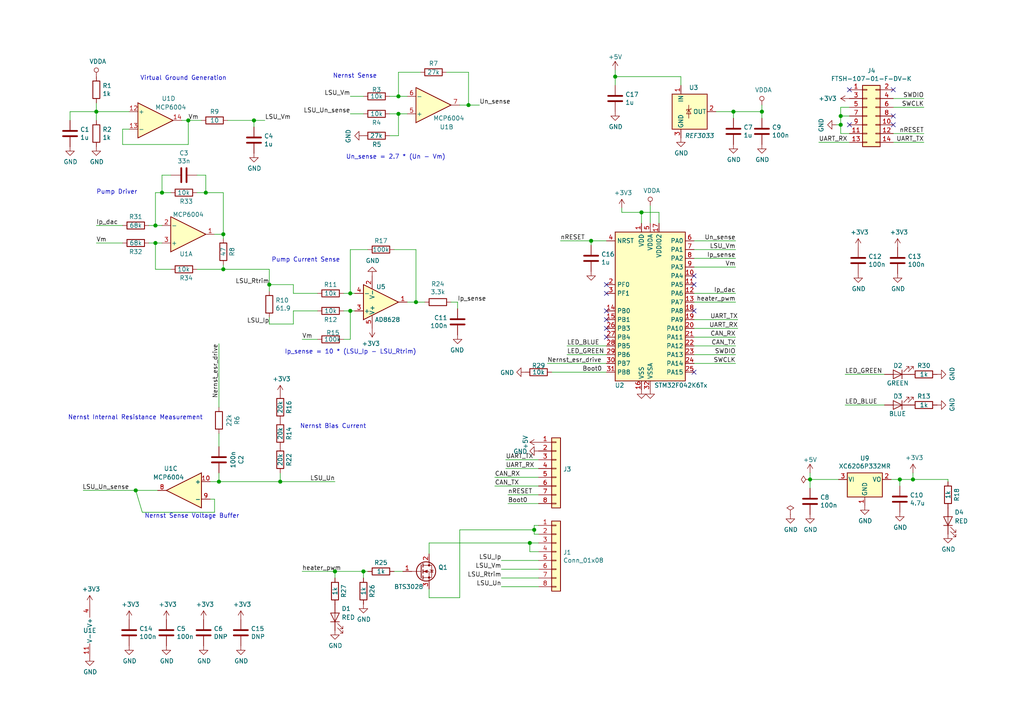
<source format=kicad_sch>
(kicad_sch (version 20210126) (generator eeschema)
  (paper "A4")
  (lib_symbols
    (symbol "hellen1-wbo-rescue:+3.3V-power" (power) (pin_names (offset 0))
      (property "Value" "+3.3V-power" (at 0 3.556 0))
      (symbol "+3.3V-power_1_1"
        (pin power_in line (at 0 0 90) (length 0) hide (name "+3V3") (number "1"))
      )
    )
    (symbol "hellen1-wbo-rescue:+5V-power" (power) (pin_names (offset 0))
      (property "Value" "+5V-power" (at 0 3.556 0))
      (symbol "+5V-power_1_1"
        (pin power_in line (at 0 0 90) (length 0) hide (name "+5V") (number "1"))
      )
    )
    (symbol "hellen1-wbo-rescue:AD8603-Amplifier_Operational" (pin_names (offset 0.127))
      (property "Reference" "U" (at 0 5.08 0))
      (property "Value" "AD8603-Amplifier_Operational" (at 0 -5.08 0))
      (symbol "AD8603-Amplifier_Operational_0_1"
        (pin power_in line (at -2.54 -7.62 90) (length 3.81) (name "V-") (number "2"))
        (pin power_in line (at -2.54 7.62 270) (length 3.81) (name "V+") (number "5"))
      )
      (symbol "AD8603-Amplifier_Operational_1_1"
        (pin output line (at 7.62 0 180) (length 2.54) (name "~") (number "1"))
        (pin input line (at -7.62 2.54 0) (length 2.54) (name "+") (number "3"))
        (pin input line (at -7.62 -2.54 0) (length 2.54) (name "-") (number "4"))
      )
    )
    (symbol "hellen1-wbo-rescue:C-Device" (pin_numbers hide) (pin_names (offset 0.254))
      (property "Reference" "C" (at 0.635 2.54 0))
      (property "Value" "C-Device" (at 0.635 -2.54 0))
      (symbol "C-Device_1_1"
        (pin passive line (at 0 3.81 270) (length 2.794) (name "~") (number "1"))
        (pin passive line (at 0 -3.81 90) (length 2.794) (name "~") (number "2"))
      )
    )
    (symbol "hellen1-wbo-rescue:Conn_01x08-Connector_Generic" (pin_names (offset 1.016) hide)
      (property "Reference" "J" (at 0 10.16 0))
      (property "Value" "Conn_01x08-Connector_Generic" (at 0 -12.7 0))
      (symbol "Conn_01x08-Connector_Generic_1_1"
        (pin passive line (at -5.08 7.62 0) (length 3.81) (name "Pin_1") (number "1"))
        (pin passive line (at -5.08 5.08 0) (length 3.81) (name "Pin_2") (number "2"))
        (pin passive line (at -5.08 2.54 0) (length 3.81) (name "Pin_3") (number "3"))
        (pin passive line (at -5.08 0 0) (length 3.81) (name "Pin_4") (number "4"))
        (pin passive line (at -5.08 -2.54 0) (length 3.81) (name "Pin_5") (number "5"))
        (pin passive line (at -5.08 -5.08 0) (length 3.81) (name "Pin_6") (number "6"))
        (pin passive line (at -5.08 -7.62 0) (length 3.81) (name "Pin_7") (number "7"))
        (pin passive line (at -5.08 -10.16 0) (length 3.81) (name "Pin_8") (number "8"))
      )
    )
    (symbol "hellen1-wbo-rescue:Conn_02x07_Odd_Even-Connector_Generic" (pin_names (offset 1.016) hide)
      (property "Reference" "J" (at 1.27 10.16 0))
      (property "Value" "Conn_02x07_Odd_Even-Connector_Generic" (at 1.27 -10.16 0))
      (symbol "Conn_02x07_Odd_Even-Connector_Generic_1_1"
        (pin passive line (at -5.08 7.62 0) (length 3.81) (name "Pin_1") (number "1"))
        (pin passive line (at 7.62 -2.54 180) (length 3.81) (name "Pin_10") (number "10"))
        (pin passive line (at -5.08 -5.08 0) (length 3.81) (name "Pin_11") (number "11"))
        (pin passive line (at 7.62 -5.08 180) (length 3.81) (name "Pin_12") (number "12"))
        (pin passive line (at -5.08 -7.62 0) (length 3.81) (name "Pin_13") (number "13"))
        (pin passive line (at 7.62 -7.62 180) (length 3.81) (name "Pin_14") (number "14"))
        (pin passive line (at 7.62 7.62 180) (length 3.81) (name "Pin_2") (number "2"))
        (pin passive line (at -5.08 5.08 0) (length 3.81) (name "Pin_3") (number "3"))
        (pin passive line (at 7.62 5.08 180) (length 3.81) (name "Pin_4") (number "4"))
        (pin passive line (at -5.08 2.54 0) (length 3.81) (name "Pin_5") (number "5"))
        (pin passive line (at 7.62 2.54 180) (length 3.81) (name "Pin_6") (number "6"))
        (pin passive line (at -5.08 0 0) (length 3.81) (name "Pin_7") (number "7"))
        (pin passive line (at 7.62 0 180) (length 3.81) (name "Pin_8") (number "8"))
        (pin passive line (at -5.08 -2.54 0) (length 3.81) (name "Pin_9") (number "9"))
      )
    )
    (symbol "hellen1-wbo-rescue:GND-power" (power) (pin_names (offset 0))
      (property "Value" "GND-power" (at 0 -3.81 0))
      (symbol "GND-power_1_1"
        (pin power_in line (at 0 0 270) (length 0) hide (name "GND") (number "1"))
      )
    )
    (symbol "hellen1-wbo-rescue:LED-Device" (pin_numbers hide) (pin_names (offset 1.016) hide)
      (property "Reference" "D" (at 0 2.54 0))
      (property "Value" "LED-Device" (at 0 -2.54 0))
      (symbol "LED-Device_1_1"
        (pin passive line (at -3.81 0 0) (length 2.54) (name "K") (number "1"))
        (pin passive line (at 3.81 0 180) (length 2.54) (name "A") (number "2"))
      )
    )
    (symbol "hellen1-wbo-rescue:MCP6004-Amplifier_Operational" (pin_names (offset 0.127))
      (property "Reference" "U" (at 0 5.08 0))
      (property "Value" "MCP6004-Amplifier_Operational" (at 0 -5.08 0))
      (symbol "MCP6004-Amplifier_Operational_1_1"
        (pin output line (at 7.62 0 180) (length 2.54) (name "~") (number "1"))
        (pin input line (at -7.62 -2.54 0) (length 2.54) (name "-") (number "2"))
        (pin input line (at -7.62 2.54 0) (length 2.54) (name "+") (number "3"))
      )
      (symbol "MCP6004-Amplifier_Operational_2_1"
        (pin input line (at -7.62 2.54 0) (length 2.54) (name "+") (number "5"))
        (pin input line (at -7.62 -2.54 0) (length 2.54) (name "-") (number "6"))
        (pin output line (at 7.62 0 180) (length 2.54) (name "~") (number "7"))
      )
      (symbol "MCP6004-Amplifier_Operational_3_1"
        (pin input line (at -7.62 2.54 0) (length 2.54) (name "+") (number "10"))
        (pin output line (at 7.62 0 180) (length 2.54) (name "~") (number "8"))
        (pin input line (at -7.62 -2.54 0) (length 2.54) (name "-") (number "9"))
      )
      (symbol "MCP6004-Amplifier_Operational_4_1"
        (pin input line (at -7.62 2.54 0) (length 2.54) (name "+") (number "12"))
        (pin input line (at -7.62 -2.54 0) (length 2.54) (name "-") (number "13"))
        (pin output line (at 7.62 0 180) (length 2.54) (name "~") (number "14"))
      )
      (symbol "MCP6004-Amplifier_Operational_5_1"
        (pin power_in line (at -2.54 -7.62 90) (length 3.81) (name "V-") (number "11"))
        (pin power_in line (at -2.54 7.62 270) (length 3.81) (name "V+") (number "4"))
      )
    )
    (symbol "hellen1-wbo-rescue:PWR_FLAG-power" (power) (pin_numbers hide) (pin_names (offset 0) hide)
      (property "Value" "PWR_FLAG-power" (at 0 3.81 0))
      (symbol "PWR_FLAG-power_0_0"
        (pin power_out line (at 0 0 90) (length 0) (name "pwr") (number "1"))
      )
    )
    (symbol "hellen1-wbo-rescue:Q_NMOS_GDS-Device" (pin_names (offset 0) hide)
      (property "Reference" "Q" (at 5.08 1.27 0))
      (property "Value" "Q_NMOS_GDS-Device" (at 5.08 -1.27 0))
      (symbol "Q_NMOS_GDS-Device_1_1"
        (pin input line (at -5.08 0 0) (length 2.54) (name "G") (number "1"))
        (pin passive line (at 2.54 5.08 270) (length 2.54) (name "D") (number "2"))
        (pin passive line (at 2.54 -5.08 90) (length 2.54) (name "S") (number "3"))
      )
    )
    (symbol "hellen1-wbo-rescue:R-Device" (pin_numbers hide) (pin_names (offset 0))
      (property "Reference" "R" (at 2.032 0 90))
      (property "Value" "R-Device" (at 0 0 90))
      (symbol "R-Device_1_1"
        (pin passive line (at 0 3.81 270) (length 1.27) (name "~") (number "1"))
        (pin passive line (at 0 -3.81 90) (length 1.27) (name "~") (number "2"))
      )
    )
    (symbol "hellen1-wbo-rescue:REF3033-Reference_Voltage" (pin_names (offset 0.254))
      (property "Reference" "U" (at 0 6.35 0))
      (property "Value" "REF3033-Reference_Voltage" (at 2.54 -6.35 0))
      (symbol "REF3033-Reference_Voltage_1_1"
        (pin power_in line (at -2.54 7.62 270) (length 2.54) (name "IN") (number "1"))
        (pin power_out line (at 7.62 0 180) (length 2.54) (name "OUT") (number "2"))
        (pin power_in line (at -2.54 -7.62 90) (length 2.54) (name "GND") (number "3"))
      )
    )
    (symbol "hellen1-wbo-rescue:STM32F042K6Tx-MCU_ST_STM32F0"
      (property "Reference" "U" (at -10.16 21.59 0))
      (property "Value" "STM32F042K6Tx-MCU_ST_STM32F0" (at 5.08 21.59 0))
      (symbol "STM32F042K6Tx-MCU_ST_STM32F0_1_1"
        (pin power_in line (at -2.54 22.86 270) (length 2.54) (name "VDD") (number "1"))
        (pin bidirectional line (at 12.7 7.62 180) (length 2.54) (name "PA4") (number "10"))
        (pin bidirectional line (at 12.7 5.08 180) (length 2.54) (name "PA5") (number "11"))
        (pin bidirectional line (at 12.7 2.54 180) (length 2.54) (name "PA6") (number "12"))
        (pin bidirectional line (at 12.7 0 180) (length 2.54) (name "PA7") (number "13"))
        (pin bidirectional line (at -12.7 -2.54 0) (length 2.54) (name "PB0") (number "14"))
        (pin bidirectional line (at -12.7 -5.08 0) (length 2.54) (name "PB1") (number "15"))
        (pin power_in line (at -2.54 -25.4 90) (length 2.54) (name "VSS") (number "16"))
        (pin power_in line (at 2.54 22.86 270) (length 2.54) (name "VDDIO2") (number "17"))
        (pin bidirectional line (at 12.7 -2.54 180) (length 2.54) (name "PA8") (number "18"))
        (pin bidirectional line (at 12.7 -5.08 180) (length 2.54) (name "PA9") (number "19"))
        (pin input line (at -12.7 5.08 0) (length 2.54) (name "PF0") (number "2"))
        (pin bidirectional line (at 12.7 -7.62 180) (length 2.54) (name "PA10") (number "20"))
        (pin bidirectional line (at 12.7 -10.16 180) (length 2.54) (name "PA11") (number "21"))
        (pin bidirectional line (at 12.7 -12.7 180) (length 2.54) (name "PA12") (number "22"))
        (pin bidirectional line (at 12.7 -15.24 180) (length 2.54) (name "PA13") (number "23"))
        (pin bidirectional line (at 12.7 -17.78 180) (length 2.54) (name "PA14") (number "24"))
        (pin bidirectional line (at 12.7 -20.32 180) (length 2.54) (name "PA15") (number "25"))
        (pin bidirectional line (at -12.7 -7.62 0) (length 2.54) (name "PB3") (number "26"))
        (pin bidirectional line (at -12.7 -10.16 0) (length 2.54) (name "PB4") (number "27"))
        (pin bidirectional line (at -12.7 -12.7 0) (length 2.54) (name "PB5") (number "28"))
        (pin bidirectional line (at -12.7 -15.24 0) (length 2.54) (name "PB6") (number "29"))
        (pin input line (at -12.7 2.54 0) (length 2.54) (name "PF1") (number "3"))
        (pin bidirectional line (at -12.7 -17.78 0) (length 2.54) (name "PB7") (number "30"))
        (pin bidirectional line (at -12.7 -20.32 0) (length 2.54) (name "PB8") (number "31"))
        (pin power_in line (at 0 -25.4 90) (length 2.54) (name "VSSA") (number "32"))
        (pin input line (at -12.7 17.78 0) (length 2.54) (name "NRST") (number "4"))
        (pin power_in line (at 0 22.86 270) (length 2.54) (name "VDDA") (number "5"))
        (pin bidirectional line (at 12.7 17.78 180) (length 2.54) (name "PA0") (number "6"))
        (pin bidirectional line (at 12.7 15.24 180) (length 2.54) (name "PA1") (number "7"))
        (pin bidirectional line (at 12.7 12.7 180) (length 2.54) (name "PA2") (number "8"))
        (pin bidirectional line (at 12.7 10.16 180) (length 2.54) (name "PA3") (number "9"))
      )
    )
    (symbol "hellen1-wbo-rescue:VDDA-power" (power) (pin_names (offset 0))
      (property "Value" "VDDA-power" (at 0 3.81 0))
      (symbol "VDDA-power_1_1"
        (pin power_in line (at 0 0 90) (length 0) hide (name "VDDA") (number "1"))
      )
    )
    (symbol "hellen1-wbo-rescue:XC6206PxxxMR-Regulator_Linear" (pin_names (offset 0.254))
      (property "Reference" "U" (at -3.81 3.175 0))
      (property "Value" "XC6206PxxxMR-Regulator_Linear" (at 0 3.175 0))
      (symbol "XC6206PxxxMR-Regulator_Linear_1_1"
        (pin power_in line (at 0 -7.62 90) (length 2.54) (name "GND") (number "1"))
        (pin power_out line (at 7.62 0 180) (length 2.54) (name "VO") (number "2"))
        (pin power_in line (at -7.62 0 0) (length 2.54) (name "VI") (number "3"))
      )
    )
  )
  (junction (at 27.94 32.385) (diameter 1.016))
  (junction (at 39.37 142.24) (diameter 1.016))
  (junction (at 45.085 65.405) (diameter 1.016))
  (junction (at 45.085 70.485) (diameter 1.016))
  (junction (at 46.99 55.88) (diameter 1.016))
  (junction (at 54.61 34.925) (diameter 1.016))
  (junction (at 59.69 55.88) (diameter 1.016))
  (junction (at 63.5 139.7) (diameter 1.016))
  (junction (at 64.77 67.945) (diameter 1.016))
  (junction (at 64.77 78.105) (diameter 1.016))
  (junction (at 73.66 34.925) (diameter 1.016))
  (junction (at 78.105 82.55) (diameter 1.016))
  (junction (at 81.28 139.7) (diameter 1.016))
  (junction (at 97.155 165.735) (diameter 1.016))
  (junction (at 101.6 85.09) (diameter 1.016))
  (junction (at 101.6 90.17) (diameter 1.016))
  (junction (at 105.41 165.735) (diameter 1.016))
  (junction (at 115.57 27.94) (diameter 1.016))
  (junction (at 115.57 33.02) (diameter 1.016))
  (junction (at 120.65 87.63) (diameter 1.016))
  (junction (at 135.89 30.48) (diameter 1.016))
  (junction (at 153.67 157.48) (diameter 1.016))
  (junction (at 154.94 153.67) (diameter 1.016))
  (junction (at 171.45 69.85) (diameter 1.016))
  (junction (at 178.435 22.225) (diameter 1.016))
  (junction (at 186.055 61.595) (diameter 1.016))
  (junction (at 212.725 32.385) (diameter 1.016))
  (junction (at 220.98 32.385) (diameter 1.016))
  (junction (at 234.95 139.065) (diameter 1.016))
  (junction (at 243.84 33.655) (diameter 1.016))
  (junction (at 243.84 36.195) (diameter 1.016))
  (junction (at 260.985 139.065) (diameter 1.016))
  (junction (at 264.795 139.065) (diameter 1.016))
  (no_connect (at 175.895 82.55))
  (no_connect (at 175.895 85.09))
  (no_connect (at 175.895 90.17))
  (no_connect (at 175.895 92.71))
  (no_connect (at 175.895 95.25))
  (no_connect (at 175.895 97.79))
  (no_connect (at 201.295 80.01))
  (no_connect (at 201.295 82.55))
  (no_connect (at 201.295 90.17))
  (no_connect (at 201.295 107.95))
  (no_connect (at 246.38 26.035))
  (no_connect (at 246.38 36.195))
  (no_connect (at 259.08 26.035))
  (no_connect (at 259.08 33.655))
  (no_connect (at 259.08 36.195))
  (wire (pts (xy 20.32 32.385) (xy 27.94 32.385)))
  (wire (pts (xy 20.32 34.925) (xy 20.32 32.385)))
  (wire (pts (xy 24.13 142.24) (xy 39.37 142.24)))
  (wire (pts (xy 27.94 29.845) (xy 27.94 32.385)))
  (wire (pts (xy 27.94 32.385) (xy 27.94 34.925)))
  (wire (pts (xy 27.94 32.385) (xy 37.465 32.385)))
  (wire (pts (xy 27.94 65.405) (xy 35.56 65.405)))
  (wire (pts (xy 27.94 70.485) (xy 35.56 70.485)))
  (wire (pts (xy 35.56 37.465) (xy 35.56 41.91)))
  (wire (pts (xy 35.56 41.91) (xy 54.61 41.91)))
  (wire (pts (xy 37.465 37.465) (xy 35.56 37.465)))
  (wire (pts (xy 39.37 142.24) (xy 41.275 148.59)))
  (wire (pts (xy 39.37 142.24) (xy 45.72 142.24)))
  (wire (pts (xy 41.275 148.59) (xy 62.23 148.59)))
  (wire (pts (xy 43.18 65.405) (xy 45.085 65.405)))
  (wire (pts (xy 43.18 70.485) (xy 45.085 70.485)))
  (wire (pts (xy 45.085 55.88) (xy 45.085 65.405)))
  (wire (pts (xy 45.085 55.88) (xy 46.99 55.88)))
  (wire (pts (xy 45.085 65.405) (xy 46.99 65.405)))
  (wire (pts (xy 45.085 70.485) (xy 46.99 70.485)))
  (wire (pts (xy 45.085 78.105) (xy 45.085 70.485)))
  (wire (pts (xy 46.99 50.8) (xy 46.99 55.88)))
  (wire (pts (xy 46.99 55.88) (xy 49.53 55.88)))
  (wire (pts (xy 49.53 50.8) (xy 46.99 50.8)))
  (wire (pts (xy 49.53 78.105) (xy 45.085 78.105)))
  (wire (pts (xy 54.61 34.925) (xy 52.705 34.925)))
  (wire (pts (xy 54.61 41.91) (xy 54.61 34.925)))
  (wire (pts (xy 57.15 50.8) (xy 59.69 50.8)))
  (wire (pts (xy 57.15 55.88) (xy 59.69 55.88)))
  (wire (pts (xy 57.15 78.105) (xy 64.77 78.105)))
  (wire (pts (xy 58.42 34.925) (xy 54.61 34.925)))
  (wire (pts (xy 59.69 50.8) (xy 59.69 55.88)))
  (wire (pts (xy 59.69 55.88) (xy 64.77 55.88)))
  (wire (pts (xy 60.96 139.7) (xy 63.5 139.7)))
  (wire (pts (xy 62.23 144.78) (xy 60.96 144.78)))
  (wire (pts (xy 62.23 148.59) (xy 62.23 144.78)))
  (wire (pts (xy 63.5 99.695) (xy 63.5 118.11)))
  (wire (pts (xy 63.5 129.54) (xy 63.5 125.73)))
  (wire (pts (xy 63.5 139.7) (xy 63.5 137.16)))
  (wire (pts (xy 63.5 139.7) (xy 81.28 139.7)))
  (wire (pts (xy 64.77 55.88) (xy 64.77 67.945)))
  (wire (pts (xy 64.77 67.945) (xy 62.23 67.945)))
  (wire (pts (xy 64.77 69.215) (xy 64.77 67.945)))
  (wire (pts (xy 64.77 78.105) (xy 64.77 76.835)))
  (wire (pts (xy 64.77 78.105) (xy 78.105 78.105)))
  (wire (pts (xy 73.66 34.925) (xy 66.04 34.925)))
  (wire (pts (xy 73.66 36.83) (xy 73.66 34.925)))
  (wire (pts (xy 76.835 34.925) (xy 73.66 34.925)))
  (wire (pts (xy 78.105 78.105) (xy 78.105 82.55)))
  (wire (pts (xy 78.105 82.55) (xy 85.09 82.55)))
  (wire (pts (xy 78.105 84.455) (xy 78.105 82.55)))
  (wire (pts (xy 78.105 92.075) (xy 78.105 93.98)))
  (wire (pts (xy 81.28 137.16) (xy 81.28 139.7)))
  (wire (pts (xy 81.28 139.7) (xy 97.155 139.7)))
  (wire (pts (xy 85.09 82.55) (xy 85.09 85.09)))
  (wire (pts (xy 85.09 85.09) (xy 92.075 85.09)))
  (wire (pts (xy 85.09 90.17) (xy 85.09 93.98)))
  (wire (pts (xy 85.09 93.98) (xy 78.105 93.98)))
  (wire (pts (xy 87.63 98.425) (xy 92.075 98.425)))
  (wire (pts (xy 87.63 165.735) (xy 97.155 165.735)))
  (wire (pts (xy 92.075 90.17) (xy 85.09 90.17)))
  (wire (pts (xy 97.155 165.735) (xy 105.41 165.735)))
  (wire (pts (xy 97.155 167.64) (xy 97.155 165.735)))
  (wire (pts (xy 99.695 85.09) (xy 101.6 85.09)))
  (wire (pts (xy 99.695 90.17) (xy 101.6 90.17)))
  (wire (pts (xy 99.695 98.425) (xy 101.6 98.425)))
  (wire (pts (xy 101.6 27.94) (xy 105.41 27.94)))
  (wire (pts (xy 101.6 33.02) (xy 105.41 33.02)))
  (wire (pts (xy 101.6 72.39) (xy 101.6 85.09)))
  (wire (pts (xy 101.6 85.09) (xy 102.87 85.09)))
  (wire (pts (xy 101.6 90.17) (xy 101.6 98.425)))
  (wire (pts (xy 101.6 90.17) (xy 102.87 90.17)))
  (wire (pts (xy 105.41 165.735) (xy 105.41 167.64)))
  (wire (pts (xy 106.68 72.39) (xy 101.6 72.39)))
  (wire (pts (xy 106.68 165.735) (xy 105.41 165.735)))
  (wire (pts (xy 113.03 33.02) (xy 115.57 33.02)))
  (wire (pts (xy 114.3 72.39) (xy 120.65 72.39)))
  (wire (pts (xy 115.57 20.955) (xy 121.92 20.955)))
  (wire (pts (xy 115.57 27.94) (xy 113.03 27.94)))
  (wire (pts (xy 115.57 27.94) (xy 115.57 20.955)))
  (wire (pts (xy 115.57 33.02) (xy 118.11 33.02)))
  (wire (pts (xy 115.57 39.37) (xy 113.03 39.37)))
  (wire (pts (xy 115.57 39.37) (xy 115.57 33.02)))
  (wire (pts (xy 116.84 165.735) (xy 114.3 165.735)))
  (wire (pts (xy 118.11 27.94) (xy 115.57 27.94)))
  (wire (pts (xy 120.65 72.39) (xy 120.65 87.63)))
  (wire (pts (xy 120.65 87.63) (xy 118.11 87.63)))
  (wire (pts (xy 120.65 87.63) (xy 123.19 87.63)))
  (wire (pts (xy 124.46 157.48) (xy 153.67 157.48)))
  (wire (pts (xy 124.46 160.655) (xy 124.46 157.48)))
  (wire (pts (xy 124.46 170.815) (xy 124.46 173.355)))
  (wire (pts (xy 124.46 173.355) (xy 133.35 173.355)))
  (wire (pts (xy 129.54 20.955) (xy 135.89 20.955)))
  (wire (pts (xy 132.715 87.63) (xy 130.81 87.63)))
  (wire (pts (xy 132.715 89.535) (xy 132.715 87.63)))
  (wire (pts (xy 133.35 153.67) (xy 154.94 153.67)))
  (wire (pts (xy 133.35 173.355) (xy 133.35 153.67)))
  (wire (pts (xy 135.89 20.955) (xy 135.89 30.48)))
  (wire (pts (xy 135.89 30.48) (xy 133.35 30.48)))
  (wire (pts (xy 139.065 30.48) (xy 135.89 30.48)))
  (wire (pts (xy 143.51 138.43) (xy 156.21 138.43)))
  (wire (pts (xy 145.415 165.1) (xy 156.21 165.1)))
  (wire (pts (xy 145.415 170.18) (xy 156.21 170.18)))
  (wire (pts (xy 146.685 135.89) (xy 156.21 135.89)))
  (wire (pts (xy 147.32 143.51) (xy 156.21 143.51)))
  (wire (pts (xy 147.32 146.05) (xy 156.21 146.05)))
  (wire (pts (xy 153.67 157.48) (xy 153.67 160.02)))
  (wire (pts (xy 153.67 157.48) (xy 156.21 157.48)))
  (wire (pts (xy 153.67 160.02) (xy 156.21 160.02)))
  (wire (pts (xy 154.94 152.4) (xy 156.21 152.4)))
  (wire (pts (xy 154.94 153.67) (xy 154.94 152.4)))
  (wire (pts (xy 154.94 153.67) (xy 154.94 154.94)))
  (wire (pts (xy 154.94 154.94) (xy 156.21 154.94)))
  (wire (pts (xy 156.21 133.35) (xy 146.685 133.35)))
  (wire (pts (xy 156.21 140.97) (xy 143.51 140.97)))
  (wire (pts (xy 156.21 162.56) (xy 145.415 162.56)))
  (wire (pts (xy 156.21 167.64) (xy 145.415 167.64)))
  (wire (pts (xy 158.75 105.41) (xy 175.895 105.41)))
  (wire (pts (xy 160.02 107.95) (xy 175.895 107.95)))
  (wire (pts (xy 164.465 100.33) (xy 175.895 100.33)))
  (wire (pts (xy 164.465 102.87) (xy 175.895 102.87)))
  (wire (pts (xy 171.45 69.85) (xy 162.56 69.85)))
  (wire (pts (xy 171.45 71.12) (xy 171.45 69.85)))
  (wire (pts (xy 175.895 69.85) (xy 171.45 69.85)))
  (wire (pts (xy 178.435 22.225) (xy 178.435 20.32)))
  (wire (pts (xy 178.435 24.765) (xy 178.435 22.225)))
  (wire (pts (xy 180.34 61.595) (xy 180.34 60.325)))
  (wire (pts (xy 180.34 61.595) (xy 186.055 61.595)))
  (wire (pts (xy 186.055 61.595) (xy 191.135 61.595)))
  (wire (pts (xy 186.055 64.77) (xy 186.055 61.595)))
  (wire (pts (xy 188.595 64.77) (xy 188.595 59.69)))
  (wire (pts (xy 191.135 61.595) (xy 191.135 64.77)))
  (wire (pts (xy 197.485 22.225) (xy 178.435 22.225)))
  (wire (pts (xy 197.485 24.765) (xy 197.485 22.225)))
  (wire (pts (xy 201.295 69.85) (xy 213.36 69.85)))
  (wire (pts (xy 201.295 74.93) (xy 213.36 74.93)))
  (wire (pts (xy 201.295 95.25) (xy 213.995 95.25)))
  (wire (pts (xy 201.295 100.33) (xy 213.36 100.33)))
  (wire (pts (xy 201.295 102.87) (xy 213.36 102.87)))
  (wire (pts (xy 207.645 32.385) (xy 212.725 32.385)))
  (wire (pts (xy 212.725 32.385) (xy 212.725 34.29)))
  (wire (pts (xy 212.725 32.385) (xy 220.98 32.385)))
  (wire (pts (xy 213.36 72.39) (xy 201.295 72.39)))
  (wire (pts (xy 213.36 77.47) (xy 201.295 77.47)))
  (wire (pts (xy 213.36 85.09) (xy 201.295 85.09)))
  (wire (pts (xy 213.36 87.63) (xy 201.295 87.63)))
  (wire (pts (xy 213.36 97.79) (xy 201.295 97.79)))
  (wire (pts (xy 213.36 105.41) (xy 201.295 105.41)))
  (wire (pts (xy 213.995 92.71) (xy 201.295 92.71)))
  (wire (pts (xy 220.98 30.48) (xy 220.98 32.385)))
  (wire (pts (xy 220.98 32.385) (xy 220.98 34.29)))
  (wire (pts (xy 234.95 137.16) (xy 234.95 139.065)))
  (wire (pts (xy 234.95 139.065) (xy 234.95 141.605)))
  (wire (pts (xy 242.57 36.195) (xy 243.84 36.195)))
  (wire (pts (xy 243.205 139.065) (xy 234.95 139.065)))
  (wire (pts (xy 243.84 31.115) (xy 246.38 31.115)))
  (wire (pts (xy 243.84 33.655) (xy 243.84 31.115)))
  (wire (pts (xy 243.84 36.195) (xy 243.84 33.655)))
  (wire (pts (xy 243.84 38.735) (xy 243.84 36.195)))
  (wire (pts (xy 245.11 108.585) (xy 256.54 108.585)))
  (wire (pts (xy 245.11 117.475) (xy 256.54 117.475)))
  (wire (pts (xy 246.38 33.655) (xy 243.84 33.655)))
  (wire (pts (xy 246.38 38.735) (xy 243.84 38.735)))
  (wire (pts (xy 246.38 41.275) (xy 237.49 41.275)))
  (wire (pts (xy 259.08 28.575) (xy 267.97 28.575)))
  (wire (pts (xy 260.985 139.065) (xy 258.445 139.065)))
  (wire (pts (xy 260.985 140.97) (xy 260.985 139.065)))
  (wire (pts (xy 264.795 137.16) (xy 264.795 139.065)))
  (wire (pts (xy 264.795 139.065) (xy 260.985 139.065)))
  (wire (pts (xy 264.795 139.065) (xy 274.955 139.065)))
  (wire (pts (xy 267.97 31.115) (xy 259.08 31.115)))
  (wire (pts (xy 267.97 38.735) (xy 259.08 38.735)))
  (wire (pts (xy 267.97 41.275) (xy 259.08 41.275)))
  (wire (pts (xy 274.955 139.065) (xy 274.955 139.7)))
  (text "Nernst Internal Resistance Measurement" (at 19.685 121.92 0) (effects (font (size 1.27 1.27)) (justify left bottom)))
  (text "Pump Driver" (at 27.94 56.515 0) (effects (font (size 1.27 1.27)) (justify left bottom)))
  (text "Virtual Ground Generation" (at 40.64 23.495 0) (effects (font (size 1.27 1.27)) (justify left bottom)))
  (text "Nernst Sense Voltage Buffer" (at 41.91 150.495 0) (effects (font (size 1.27 1.27)) (justify left bottom)))
  (text "Pump Current Sense" (at 78.74 76.2 0) (effects (font (size 1.27 1.27)) (justify left bottom)))
  (text "Ip_sense = 10 * (LSU_Ip - LSU_Rtrim)" (at 82.55 102.87 0) (effects (font (size 1.27 1.27)) (justify left bottom)))
  (text "Nernst Bias Current" (at 86.995 124.46 0) (effects (font (size 1.27 1.27)) (justify left bottom)))
  (text "Nernst Sense" (at 96.52 22.86 0) (effects (font (size 1.27 1.27)) (justify left bottom)))
  (text "Un_sense = 2.7 * (Un - Vm)" (at 100.33 46.355 0) (effects (font (size 1.27 1.27)) (justify left bottom)))
  (label "Ip_dac" (at 27.94 65.405 0))
  (label "Vm" (at 27.94 70.485 0))
  (label "LSU_Un_sense" (at 37.465 142.24 180))
  (label "Vm" (at 54.61 34.925 0))
  (label "Nernst_esr_drive" (at 63.5 99.695 270))
  (label "LSU_Vm" (at 76.835 34.925 0))
  (label "LSU_Rtrim" (at 78.105 82.55 180))
  (label "LSU_Ip" (at 78.105 93.98 180))
  (label "Vm" (at 87.63 98.425 0))
  (label "heater_pwm" (at 87.63 165.735 0))
  (label "LSU_Un" (at 97.155 139.7 180))
  (label "LSU_Vm" (at 101.6 27.94 180))
  (label "LSU_Un_sense" (at 101.6 33.02 180))
  (label "Ip_sense" (at 132.715 87.63 0))
  (label "Un_sense" (at 139.065 30.48 0))
  (label "CAN_RX" (at 143.51 138.43 0))
  (label "CAN_TX" (at 143.51 140.97 0))
  (label "LSU_Ip" (at 145.415 162.56 180))
  (label "LSU_Vm" (at 145.415 165.1 180))
  (label "LSU_Rtrim" (at 145.415 167.64 180))
  (label "LSU_Un" (at 145.415 170.18 180))
  (label "UART_TX" (at 146.685 133.35 0))
  (label "UART_RX" (at 146.685 135.89 0))
  (label "nRESET" (at 147.32 143.51 0))
  (label "Boot0" (at 147.32 146.05 0))
  (label "Nernst_esr_drive" (at 158.75 105.41 0))
  (label "nRESET" (at 162.56 69.85 0))
  (label "LED_BLUE" (at 164.465 100.33 0))
  (label "LED_GREEN" (at 164.465 102.87 0))
  (label "Boot0" (at 168.91 107.95 0))
  (label "Un_sense" (at 213.36 69.85 180))
  (label "LSU_Vm" (at 213.36 72.39 180))
  (label "Ip_sense" (at 213.36 74.93 180))
  (label "Vm" (at 213.36 77.47 180))
  (label "Ip_dac" (at 213.36 85.09 180))
  (label "heater_pwm" (at 213.36 87.63 180))
  (label "CAN_RX" (at 213.36 97.79 180))
  (label "CAN_TX" (at 213.36 100.33 180))
  (label "SWDIO" (at 213.36 102.87 180))
  (label "SWCLK" (at 213.36 105.41 180))
  (label "UART_TX" (at 213.995 92.71 180))
  (label "UART_RX" (at 213.995 95.25 180))
  (label "UART_RX" (at 237.49 41.275 0))
  (label "LED_GREEN" (at 245.11 108.585 0))
  (label "LED_BLUE" (at 245.11 117.475 0))
  (label "SWDIO" (at 267.97 28.575 180))
  (label "SWCLK" (at 267.97 31.115 180))
  (label "nRESET" (at 267.97 38.735 180))
  (label "UART_TX" (at 267.97 41.275 180))
  (symbol (lib_id "hellen1-wbo-rescue:PWR_FLAG-power") (at 229.235 149.225 0) (unit 1)
    (property "Reference" "#FLG0103" (effects hide))
    (property "Value" "PWR_FLAG" (effects hide))
  )
  (symbol (lib_id "hellen1-wbo-rescue:PWR_FLAG-power") (at 234.95 139.065 90) (unit 1)
    (property "Reference" "#FLG0101" (effects hide))
    (property "Value" "PWR_FLAG" (effects hide))
  )
  (symbol (lib_id "hellen1-wbo-rescue:VDDA-power") (at 27.94 22.225 0) (unit 1)
    (property "Reference" "#PWR0138" (effects hide))
    (property "Value" "VDDA" (at 28.3718 17.8308 0))
  )
  (symbol (lib_id "hellen1-wbo-rescue:VDDA-power") (at 188.595 59.69 0) (unit 1)
    (property "Reference" "#PWR0137" (effects hide))
    (property "Value" "VDDA" (at 189.0268 55.2958 0))
  )
  (symbol (lib_id "hellen1-wbo-rescue:VDDA-power") (at 220.98 30.48 0) (unit 1)
    (property "Reference" "#PWR0136" (effects hide))
    (property "Value" "VDDA" (at 221.4118 26.0858 0))
  )
  (symbol (lib_id "hellen1-wbo-rescue:+3.3V-power") (at 26.035 175.26 0) (unit 1)
    (property "Reference" "#PWR0104" (effects hide))
    (property "Value" "+3.3V" (at 26.416 170.8658 0))
  )
  (symbol (lib_id "hellen1-wbo-rescue:+3.3V-power") (at 37.465 179.705 0) (unit 1)
    (property "Reference" "#PWR0116" (effects hide))
    (property "Value" "+3.3V" (at 37.846 175.3108 0))
  )
  (symbol (lib_id "hellen1-wbo-rescue:+3.3V-power") (at 48.26 179.705 0) (unit 1)
    (property "Reference" "#PWR0128" (effects hide))
    (property "Value" "+3.3V" (at 48.641 175.3108 0))
  )
  (symbol (lib_id "hellen1-wbo-rescue:+3.3V-power") (at 59.055 179.705 0) (unit 1)
    (property "Reference" "#PWR0131" (effects hide))
    (property "Value" "+3.3V" (at 59.436 175.3108 0))
  )
  (symbol (lib_id "hellen1-wbo-rescue:+3.3V-power") (at 69.85 179.705 0) (unit 1)
    (property "Reference" "#PWR0133" (effects hide))
    (property "Value" "+3.3V" (at 70.231 175.3108 0))
  )
  (symbol (lib_id "hellen1-wbo-rescue:+3.3V-power") (at 81.28 114.3 0) (unit 1)
    (property "Reference" "#PWR0119" (effects hide))
    (property "Value" "+3.3V" (at 81.661 109.9058 0))
  )
  (symbol (lib_id "hellen1-wbo-rescue:+3.3V-power") (at 107.95 95.25 180) (unit 1)
    (property "Reference" "#PWR0102" (effects hide))
    (property "Value" "+3.3V" (at 107.569 99.6442 0))
  )
  (symbol (lib_id "hellen1-wbo-rescue:+5V-power") (at 156.21 128.27 90) (unit 1)
    (property "Reference" "#PWR0114" (effects hide))
    (property "Value" "+5V" (at 152.4 128.27 0))
  )
  (symbol (lib_id "hellen1-wbo-rescue:+5V-power") (at 178.435 20.32 0) (unit 1)
    (property "Reference" "#PWR0135" (effects hide))
    (property "Value" "+5V" (at 178.435 16.51 0))
  )
  (symbol (lib_id "hellen1-wbo-rescue:+3.3V-power") (at 180.34 60.325 0) (unit 1)
    (property "Reference" "#PWR020" (effects hide))
    (property "Value" "+3.3V" (at 180.721 55.9308 0))
  )
  (symbol (lib_id "hellen1-wbo-rescue:+5V-power") (at 234.95 137.16 0) (unit 1)
    (property "Reference" "#PWR023" (effects hide))
    (property "Value" "+5V" (at 234.95 133.35 0))
  )
  (symbol (lib_id "hellen1-wbo-rescue:+3.3V-power") (at 246.38 28.575 90) (unit 1)
    (property "Reference" "#PWR0129" (effects hide))
    (property "Value" "+3.3V" (at 240.03 28.575 90))
  )
  (symbol (lib_id "hellen1-wbo-rescue:+3.3V-power") (at 248.92 71.755 0) (unit 1)
    (property "Reference" "#PWR0110" (effects hide))
    (property "Value" "+3.3V" (at 249.301 67.3608 0))
  )
  (symbol (lib_id "hellen1-wbo-rescue:+3.3V-power") (at 260.35 71.755 0) (unit 1)
    (property "Reference" "#PWR0109" (effects hide))
    (property "Value" "+3.3V" (at 260.731 67.3608 0))
  )
  (symbol (lib_id "hellen1-wbo-rescue:+3.3V-power") (at 264.795 137.16 0) (unit 1)
    (property "Reference" "#PWR028" (effects hide))
    (property "Value" "+3.3V" (at 265.176 132.7658 0))
  )
  (symbol (lib_id "hellen1-wbo-rescue:GND-power") (at 20.32 42.545 0) (unit 1)
    (property "Reference" "#PWR01" (effects hide))
    (property "Value" "GND" (at 20.447 46.9392 0))
  )
  (symbol (lib_id "hellen1-wbo-rescue:GND-power") (at 26.035 190.5 0) (unit 1)
    (property "Reference" "#PWR0101" (effects hide))
    (property "Value" "GND" (at 26.162 194.8942 0))
  )
  (symbol (lib_id "hellen1-wbo-rescue:GND-power") (at 27.94 42.545 0) (unit 1)
    (property "Reference" "#PWR03" (effects hide))
    (property "Value" "GND" (at 28.067 46.9392 0))
  )
  (symbol (lib_id "hellen1-wbo-rescue:GND-power") (at 37.465 187.325 0) (unit 1)
    (property "Reference" "#PWR0117" (effects hide))
    (property "Value" "GND" (at 37.592 191.7192 0))
  )
  (symbol (lib_id "hellen1-wbo-rescue:GND-power") (at 48.26 187.325 0) (unit 1)
    (property "Reference" "#PWR0127" (effects hide))
    (property "Value" "GND" (at 48.387 191.7192 0))
  )
  (symbol (lib_id "hellen1-wbo-rescue:GND-power") (at 59.055 187.325 0) (unit 1)
    (property "Reference" "#PWR0130" (effects hide))
    (property "Value" "GND" (at 59.182 191.7192 0))
  )
  (symbol (lib_id "hellen1-wbo-rescue:GND-power") (at 69.85 187.325 0) (unit 1)
    (property "Reference" "#PWR0132" (effects hide))
    (property "Value" "GND" (at 69.977 191.7192 0))
  )
  (symbol (lib_id "hellen1-wbo-rescue:GND-power") (at 73.66 44.45 0) (unit 1)
    (property "Reference" "#PWR08" (effects hide))
    (property "Value" "GND" (at 73.787 48.8442 0))
  )
  (symbol (lib_id "hellen1-wbo-rescue:GND-power") (at 97.155 182.88 0) (unit 1)
    (property "Reference" "#PWR0118" (effects hide))
    (property "Value" "GND" (at 97.282 187.2742 0))
  )
  (symbol (lib_id "hellen1-wbo-rescue:GND-power") (at 105.41 39.37 270) (unit 1)
    (property "Reference" "#PWR04" (effects hide))
    (property "Value" "GND" (at 101.0158 39.497 0))
  )
  (symbol (lib_id "hellen1-wbo-rescue:GND-power") (at 105.41 175.26 0) (unit 1)
    (property "Reference" "#PWR0107" (effects hide))
    (property "Value" "GND" (at 105.537 179.6542 0))
  )
  (symbol (lib_id "hellen1-wbo-rescue:GND-power") (at 107.95 80.01 0) (mirror x) (unit 1)
    (property "Reference" "#PWR0103" (effects hide))
    (property "Value" "GND" (at 108.077 75.6158 0))
  )
  (symbol (lib_id "hellen1-wbo-rescue:GND-power") (at 132.715 97.155 0) (mirror y) (unit 1)
    (property "Reference" "#PWR0106" (effects hide))
    (property "Value" "GND" (at 132.588 101.5492 0))
  )
  (symbol (lib_id "hellen1-wbo-rescue:GND-power") (at 152.4 107.95 270) (unit 1)
    (property "Reference" "#PWR0120" (effects hide))
    (property "Value" "GND" (at 149.1488 108.077 90) (effects (justify right)))
  )
  (symbol (lib_id "hellen1-wbo-rescue:GND-power") (at 156.21 130.81 270) (unit 1)
    (property "Reference" "#PWR0113" (effects hide))
    (property "Value" "GND" (at 152.9588 130.937 90) (effects (justify right)))
  )
  (symbol (lib_id "hellen1-wbo-rescue:GND-power") (at 171.45 78.74 0) (unit 1)
    (property "Reference" "#PWR0108" (effects hide))
    (property "Value" "GND" (effects hide))
  )
  (symbol (lib_id "hellen1-wbo-rescue:GND-power") (at 178.435 32.385 0) (unit 1)
    (property "Reference" "#PWR0139" (effects hide))
    (property "Value" "GND" (at 178.562 36.7792 0))
  )
  (symbol (lib_id "hellen1-wbo-rescue:GND-power") (at 186.055 113.03 0) (unit 1)
    (property "Reference" "#PWR0105" (effects hide))
    (property "Value" "GND" (effects hide))
  )
  (symbol (lib_id "hellen1-wbo-rescue:GND-power") (at 188.595 113.03 0) (unit 1)
    (property "Reference" "#PWR0126" (effects hide))
    (property "Value" "GND" (effects hide))
  )
  (symbol (lib_id "hellen1-wbo-rescue:GND-power") (at 197.485 40.005 0) (unit 1)
    (property "Reference" "#PWR0115" (effects hide))
    (property "Value" "GND" (at 197.612 44.3992 0))
  )
  (symbol (lib_id "hellen1-wbo-rescue:GND-power") (at 212.725 41.91 0) (unit 1)
    (property "Reference" "#PWR022" (effects hide))
    (property "Value" "GND" (at 212.852 46.3042 0))
  )
  (symbol (lib_id "hellen1-wbo-rescue:GND-power") (at 220.98 41.91 0) (unit 1)
    (property "Reference" "#PWR025" (effects hide))
    (property "Value" "GND" (at 221.107 46.3042 0))
  )
  (symbol (lib_id "hellen1-wbo-rescue:GND-power") (at 229.235 149.225 0) (unit 1)
    (property "Reference" "#PWR0121" (effects hide))
    (property "Value" "GND" (at 229.362 153.6192 0))
  )
  (symbol (lib_id "hellen1-wbo-rescue:GND-power") (at 234.95 149.225 0) (unit 1)
    (property "Reference" "#PWR024" (effects hide))
    (property "Value" "GND" (at 235.077 153.6192 0))
  )
  (symbol (lib_id "hellen1-wbo-rescue:GND-power") (at 242.57 36.195 270) (unit 1)
    (property "Reference" "#PWR0124" (effects hide))
    (property "Value" "GND" (at 238.1758 36.322 0))
  )
  (symbol (lib_id "hellen1-wbo-rescue:GND-power") (at 248.92 79.375 0) (unit 1)
    (property "Reference" "#PWR0111" (effects hide))
    (property "Value" "GND" (at 249.047 83.7692 0))
  )
  (symbol (lib_id "hellen1-wbo-rescue:GND-power") (at 250.825 146.685 0) (unit 1)
    (property "Reference" "#PWR026" (effects hide))
    (property "Value" "GND" (at 250.952 151.0792 0))
  )
  (symbol (lib_id "hellen1-wbo-rescue:GND-power") (at 260.35 79.375 0) (unit 1)
    (property "Reference" "#PWR0112" (effects hide))
    (property "Value" "GND" (at 260.477 83.7692 0))
  )
  (symbol (lib_id "hellen1-wbo-rescue:GND-power") (at 260.985 148.59 0) (unit 1)
    (property "Reference" "#PWR027" (effects hide))
    (property "Value" "GND" (at 261.112 152.9842 0))
  )
  (symbol (lib_id "hellen1-wbo-rescue:GND-power") (at 271.78 108.585 90) (unit 1)
    (property "Reference" "#PWR0122" (effects hide))
    (property "Value" "GND" (at 276.1742 108.458 0))
  )
  (symbol (lib_id "hellen1-wbo-rescue:GND-power") (at 271.78 117.475 90) (unit 1)
    (property "Reference" "#PWR0123" (effects hide))
    (property "Value" "GND" (at 276.1742 117.348 0))
  )
  (symbol (lib_id "hellen1-wbo-rescue:GND-power") (at 274.955 154.94 0) (unit 1)
    (property "Reference" "#PWR0134" (effects hide))
    (property "Value" "GND" (at 275.082 159.3342 0))
  )
  (symbol (lib_id "hellen1-wbo-rescue:R-Device") (at 27.94 26.035 0) (unit 1)
    (property "Reference" "R1" (at 29.718 24.8666 0) (effects (justify left)))
    (property "Value" "1k" (at 29.718 27.178 0) (effects (justify left)))
    (property "Footprint" "Resistor_SMD:R_0402_1005Metric" (effects hide))
    (property "LCSC" "C11702" (effects hide))
  )
  (symbol (lib_id "hellen1-wbo-rescue:R-Device") (at 27.94 38.735 0) (unit 1)
    (property "Reference" "R2" (at 29.718 37.5666 0) (effects (justify left)))
    (property "Value" "1k" (at 29.718 39.878 0) (effects (justify left)))
    (property "Footprint" "Resistor_SMD:R_0402_1005Metric" (effects hide))
    (property "LCSC" "C11702" (effects hide))
  )
  (symbol (lib_id "hellen1-wbo-rescue:R-Device") (at 39.37 65.405 90) (unit 1)
    (property "Reference" "R31" (at 39.37 62.865 90))
    (property "Value" "68k" (at 39.37 65.405 90))
    (property "Footprint" "Resistor_SMD:R_0402_1005Metric" (effects hide))
    (property "LCSC" "C36871" (effects hide))
  )
  (symbol (lib_id "hellen1-wbo-rescue:R-Device") (at 39.37 70.485 270) (unit 1)
    (property "Reference" "R32" (at 39.37 73.025 90))
    (property "Value" "68k" (at 39.37 70.485 90))
    (property "Footprint" "Resistor_SMD:R_0402_1005Metric" (effects hide))
    (property "LCSC" "C36871" (effects hide))
  )
  (symbol (lib_id "hellen1-wbo-rescue:R-Device") (at 53.34 55.88 270) (unit 1)
    (property "Reference" "R33" (at 52.07 58.42 90) (effects (justify left)))
    (property "Value" "10k" (at 51.435 55.88 90) (effects (justify left)))
    (property "Footprint" "Resistor_SMD:R_0402_1005Metric" (effects hide))
    (property "LCSC" "C25744" (effects hide))
  )
  (symbol (lib_id "hellen1-wbo-rescue:R-Device") (at 53.34 78.105 270) (unit 1)
    (property "Reference" "R34" (at 52.07 80.645 90) (effects (justify left)))
    (property "Value" "10k" (at 51.435 78.105 90) (effects (justify left)))
    (property "Footprint" "Resistor_SMD:R_0402_1005Metric" (effects hide))
    (property "LCSC" "C25744" (effects hide))
  )
  (symbol (lib_id "hellen1-wbo-rescue:R-Device") (at 62.23 34.925 270) (unit 1)
    (property "Reference" "R9" (at 62.23 32.385 90))
    (property "Value" "10" (at 62.23 34.925 90))
    (property "Footprint" "Resistor_SMD:R_0402_1005Metric" (effects hide))
    (property "LCSC" "C25077" (effects hide))
  )
  (symbol (lib_id "hellen1-wbo-rescue:R-Device") (at 63.5 121.92 180) (unit 1)
    (property "Reference" "R6" (at 68.7578 121.92 90))
    (property "Value" "22k" (at 66.4464 121.92 90))
    (property "Footprint" "Resistor_SMD:R_0402_1005Metric" (effects hide))
    (property "LCSC" "C25768" (effects hide))
  )
  (symbol (lib_id "hellen1-wbo-rescue:R-Device") (at 64.77 73.025 180) (unit 1)
    (property "Reference" "R8" (at 67.31 73.025 90))
    (property "Value" "47" (at 64.77 73.025 90))
    (property "Footprint" "Resistor_SMD:R_0402_1005Metric" (effects hide))
    (property "LCSC" "C25118" (effects hide))
  )
  (symbol (lib_id "hellen1-wbo-rescue:R-Device") (at 78.105 88.265 0) (unit 1)
    (property "Reference" "R10" (at 79.883 87.0966 0) (effects (justify left)))
    (property "Value" "61.9" (at 79.883 89.408 0) (effects (justify left)))
    (property "Footprint" "Resistor_SMD:R_0603_1608Metric" (effects hide))
    (property "LCSC" "C23092" (effects hide))
  )
  (symbol (lib_id "hellen1-wbo-rescue:R-Device") (at 81.28 118.11 180) (unit 1)
    (property "Reference" "R16" (at 83.82 118.11 90))
    (property "Value" "20k" (at 81.28 118.11 90))
    (property "Footprint" "Resistor_SMD:R_0402_1005Metric" (effects hide))
    (property "LCSC" "C25765" (effects hide))
  )
  (symbol (lib_id "hellen1-wbo-rescue:R-Device") (at 81.28 125.73 180) (unit 1)
    (property "Reference" "R14" (at 83.82 125.73 90))
    (property "Value" "20k" (at 81.28 125.73 90))
    (property "Footprint" "Resistor_SMD:R_0402_1005Metric" (effects hide))
    (property "LCSC" "C25765" (effects hide))
  )
  (symbol (lib_id "hellen1-wbo-rescue:R-Device") (at 81.28 133.35 180) (unit 1)
    (property "Reference" "R22" (at 83.82 133.35 90))
    (property "Value" "20k" (at 81.28 133.35 90))
    (property "Footprint" "Resistor_SMD:R_0402_1005Metric" (effects hide))
    (property "LCSC" "C25765" (effects hide))
  )
  (symbol (lib_id "hellen1-wbo-rescue:R-Device") (at 95.885 85.09 270) (unit 1)
    (property "Reference" "R11" (at 95.885 82.55 90))
    (property "Value" "10k" (at 95.885 85.09 90))
    (property "Footprint" "Resistor_SMD:R_0402_1005Metric" (effects hide))
    (property "LCSC" "C25744" (effects hide))
  )
  (symbol (lib_id "hellen1-wbo-rescue:R-Device") (at 95.885 90.17 270) (unit 1)
    (property "Reference" "R12" (at 95.885 92.71 90))
    (property "Value" "10k" (at 95.885 90.17 90))
    (property "Footprint" "Resistor_SMD:R_0402_1005Metric" (effects hide))
    (property "LCSC" "C25744" (effects hide))
  )
  (symbol (lib_id "hellen1-wbo-rescue:R-Device") (at 95.885 98.425 270) (unit 1)
    (property "Reference" "R15" (at 94.615 96.52 90) (effects (justify left)))
    (property "Value" "100k" (at 93.98 98.425 90) (effects (justify left)))
    (property "Footprint" "Resistor_SMD:R_0402_1005Metric" (effects hide))
    (property "LCSC" "C25741" (effects hide))
  )
  (symbol (lib_id "hellen1-wbo-rescue:R-Device") (at 97.155 171.45 180) (unit 1)
    (property "Reference" "R27" (at 99.695 171.45 90))
    (property "Value" "1k" (at 97.155 171.45 90))
    (property "Footprint" "Resistor_SMD:R_0402_1005Metric" (effects hide))
    (property "LCSC" "C11702" (effects hide))
  )
  (symbol (lib_id "hellen1-wbo-rescue:R-Device") (at 105.41 171.45 180) (unit 1)
    (property "Reference" "R26" (at 107.95 171.45 90))
    (property "Value" "1k" (at 105.41 171.45 90))
    (property "Footprint" "Resistor_SMD:R_0402_1005Metric" (effects hide))
    (property "LCSC" "C11702" (effects hide))
  )
  (symbol (lib_id "hellen1-wbo-rescue:R-Device") (at 109.22 27.94 90) (unit 1)
    (property "Reference" "R3" (at 109.22 26.035 90))
    (property "Value" "10k" (at 109.22 27.94 90))
    (property "Footprint" "Resistor_SMD:R_0402_1005Metric" (effects hide))
    (property "LCSC" "C25744" (effects hide))
  )
  (symbol (lib_id "hellen1-wbo-rescue:R-Device") (at 109.22 33.02 90) (unit 1)
    (property "Reference" "R4" (at 109.22 35.56 90))
    (property "Value" "10k" (at 109.22 33.02 90))
    (property "Footprint" "Resistor_SMD:R_0402_1005Metric" (effects hide))
    (property "LCSC" "C25744" (effects hide))
  )
  (symbol (lib_id "hellen1-wbo-rescue:R-Device") (at 109.22 39.37 270) (unit 1)
    (property "Reference" "R5" (at 107.95 41.91 90) (effects (justify left)))
    (property "Value" "27k" (at 107.315 39.37 90) (effects (justify left)))
    (property "Footprint" "Resistor_SMD:R_0402_1005Metric" (effects hide))
    (property "LCSC" "C25771" (effects hide))
  )
  (symbol (lib_id "hellen1-wbo-rescue:R-Device") (at 110.49 72.39 270) (unit 1)
    (property "Reference" "R17" (at 110.49 69.85 90))
    (property "Value" "100k" (at 110.49 72.39 90))
    (property "Footprint" "Resistor_SMD:R_0402_1005Metric" (effects hide))
    (property "LCSC" "C25741" (effects hide))
  )
  (symbol (lib_id "hellen1-wbo-rescue:R-Device") (at 110.49 165.735 270) (unit 1)
    (property "Reference" "R25" (at 110.49 163.195 90))
    (property "Value" "1k" (at 110.49 165.735 90))
    (property "Footprint" "Resistor_SMD:R_0402_1005Metric" (effects hide))
    (property "LCSC" "C11702" (effects hide))
  )
  (symbol (lib_id "hellen1-wbo-rescue:R-Device") (at 125.73 20.955 90) (unit 1)
    (property "Reference" "R7" (at 125.73 18.415 90))
    (property "Value" "27k" (at 125.73 20.955 90))
    (property "Footprint" "Resistor_SMD:R_0402_1005Metric" (effects hide))
    (property "LCSC" "C25771" (effects hide))
  )
  (symbol (lib_id "hellen1-wbo-rescue:R-Device") (at 127 87.63 90) (mirror x) (unit 1)
    (property "Reference" "R24" (at 127 82.3722 90))
    (property "Value" "3.3k" (at 127 84.6836 90))
    (property "Footprint" "Resistor_SMD:R_0402_1005Metric" (effects hide))
    (property "LCSC" "C25890" (effects hide))
  )
  (symbol (lib_id "hellen1-wbo-rescue:R-Device") (at 156.21 107.95 90) (unit 1)
    (property "Reference" "R29" (at 156.21 106.045 90))
    (property "Value" "10k" (at 156.21 107.95 90))
    (property "Footprint" "Resistor_SMD:R_0402_1005Metric" (effects hide))
    (property "LCSC" "C25744" (effects hide))
  )
  (symbol (lib_id "hellen1-wbo-rescue:R-Device") (at 267.97 108.585 270) (unit 1)
    (property "Reference" "R30" (at 267.97 106.045 90))
    (property "Value" "1k" (at 267.97 108.585 90))
    (property "Footprint" "Resistor_SMD:R_0402_1005Metric" (effects hide))
    (property "LCSC" "C11702" (effects hide))
  )
  (symbol (lib_id "hellen1-wbo-rescue:R-Device") (at 267.97 117.475 270) (unit 1)
    (property "Reference" "R13" (at 267.97 114.935 90))
    (property "Value" "1k" (at 267.97 117.475 90))
    (property "Footprint" "Resistor_SMD:R_0402_1005Metric" (effects hide))
    (property "LCSC" "C11702" (effects hide))
  )
  (symbol (lib_id "hellen1-wbo-rescue:R-Device") (at 274.955 143.51 180) (unit 1)
    (property "Reference" "R18" (at 277.495 143.51 90))
    (property "Value" "1k" (at 274.955 143.51 90))
    (property "Footprint" "Resistor_SMD:R_0402_1005Metric" (effects hide))
    (property "LCSC" "C11702" (effects hide))
  )
  (symbol (lib_id "hellen1-wbo-rescue:LED-Device") (at 97.155 179.07 90) (unit 1)
    (property "Reference" "D1" (at 99.06 176.53 90) (effects (justify right)))
    (property "Value" "RED" (at 99.06 179.07 90) (effects (justify right)))
    (property "Footprint" "LED_SMD:LED_0603_1608Metric" (effects hide))
    (property "LCSC" "C2286" (effects hide))
  )
  (symbol (lib_id "hellen1-wbo-rescue:LED-Device") (at 260.35 108.585 180) (unit 1)
    (property "Reference" "D2" (at 259.08 106.045 0) (effects (justify right)))
    (property "Value" "GREEN" (at 257.175 111.125 0) (effects (justify right)))
    (property "Footprint" "LED_SMD:LED_0603_1608Metric" (effects hide))
    (property "LCSC" "C72043" (effects hide))
  )
  (symbol (lib_id "hellen1-wbo-rescue:LED-Device") (at 260.35 117.475 180) (unit 1)
    (property "Reference" "D3" (at 259.08 114.935 0) (effects (justify right)))
    (property "Value" "BLUE" (at 257.81 120.015 0) (effects (justify right)))
    (property "Footprint" "LED_SMD:LED_0603_1608Metric" (effects hide))
    (property "LCSC" "C72041" (effects hide))
  )
  (symbol (lib_id "hellen1-wbo-rescue:LED-Device") (at 274.955 151.13 90) (unit 1)
    (property "Reference" "D4" (at 276.86 148.59 90) (effects (justify right)))
    (property "Value" "RED" (at 276.86 151.13 90) (effects (justify right)))
    (property "Footprint" "LED_SMD:LED_0603_1608Metric" (effects hide))
    (property "LCSC" "C2286" (effects hide))
  )
  (symbol (lib_id "hellen1-wbo-rescue:MCP6004-Amplifier_Operational") (at 28.575 182.88 0) (unit 5)
    (property "Reference" "U1" (at 26.035 182.88 0))
    (property "Value" "MCP6004" (effects hide))
    (property "Footprint" "Package_SO:TSSOP-14_4.4x5mm_P0.65mm" (effects hide))
    (property "Datasheet" "http://ww1.microchip.com/downloads/en/DeviceDoc/21733j.pdf" (effects hide))
    (property "LCSC" "C50282" (effects hide))
  )
  (symbol (lib_id "hellen1-wbo-rescue:C-Device") (at 20.32 38.735 0) (unit 1)
    (property "Reference" "C1" (at 23.241 37.5666 0) (effects (justify left)))
    (property "Value" "1u" (at 23.241 39.878 0) (effects (justify left)))
    (property "Footprint" "Capacitor_SMD:C_0402_1005Metric" (effects hide))
    (property "LCSC" "C52923" (effects hide))
  )
  (symbol (lib_id "hellen1-wbo-rescue:C-Device") (at 37.465 183.515 0) (unit 1)
    (property "Reference" "C14" (at 40.386 182.3466 0) (effects (justify left)))
    (property "Value" "100n" (at 40.386 184.658 0) (effects (justify left)))
    (property "Footprint" "Capacitor_SMD:C_0402_1005Metric" (effects hide))
    (property "LCSC" "C1525" (effects hide))
  )
  (symbol (lib_id "hellen1-wbo-rescue:C-Device") (at 48.26 183.515 0) (unit 1)
    (property "Reference" "C5" (at 51.181 182.3466 0) (effects (justify left)))
    (property "Value" "100n" (at 51.181 184.658 0) (effects (justify left)))
    (property "Footprint" "Capacitor_SMD:C_0402_1005Metric" (effects hide))
    (property "LCSC" "C1525" (effects hide))
  )
  (symbol (lib_id "hellen1-wbo-rescue:C-Device") (at 53.34 50.8 270) (unit 1)
    (property "Reference" "C3" (at 53.34 44.3992 90))
    (property "Value" "33n" (at 53.34 46.7106 90))
    (property "Footprint" "Capacitor_SMD:C_0402_1005Metric" (effects hide))
    (property "LCSC" "C1585" (effects hide))
  )
  (symbol (lib_id "hellen1-wbo-rescue:C-Device") (at 59.055 183.515 0) (unit 1)
    (property "Reference" "C6" (at 61.976 182.3466 0) (effects (justify left)))
    (property "Value" "DNP" (at 61.976 184.658 0) (effects (justify left)))
    (property "Footprint" "Capacitor_SMD:C_0402_1005Metric" (effects hide))
  )
  (symbol (lib_id "hellen1-wbo-rescue:C-Device") (at 63.5 133.35 180) (unit 1)
    (property "Reference" "C2" (at 69.9008 133.35 90))
    (property "Value" "100n" (at 67.5894 133.35 90))
    (property "Footprint" "Capacitor_SMD:C_0402_1005Metric" (effects hide))
    (property "LCSC" "C1525" (effects hide))
  )
  (symbol (lib_id "hellen1-wbo-rescue:C-Device") (at 69.85 183.515 0) (unit 1)
    (property "Reference" "C15" (at 72.771 182.3466 0) (effects (justify left)))
    (property "Value" "DNP" (at 72.771 184.658 0) (effects (justify left)))
    (property "Footprint" "Capacitor_SMD:C_0402_1005Metric" (effects hide))
  )
  (symbol (lib_id "hellen1-wbo-rescue:C-Device") (at 73.66 40.64 0) (unit 1)
    (property "Reference" "C4" (at 76.581 39.4716 0) (effects (justify left)))
    (property "Value" "1u" (at 76.581 41.783 0) (effects (justify left)))
    (property "Footprint" "Capacitor_SMD:C_0402_1005Metric" (effects hide))
    (property "LCSC" "C52923" (effects hide))
  )
  (symbol (lib_id "hellen1-wbo-rescue:C-Device") (at 132.715 93.345 0) (mirror y) (unit 1)
    (property "Reference" "C11" (at 129.794 92.1766 0) (effects (justify left)))
    (property "Value" "100n" (at 129.794 94.488 0) (effects (justify left)))
    (property "Footprint" "Capacitor_SMD:C_0402_1005Metric" (effects hide))
    (property "LCSC" "C1525" (effects hide))
  )
  (symbol (lib_id "hellen1-wbo-rescue:C-Device") (at 171.45 74.93 0) (unit 1)
    (property "Reference" "C16" (at 174.371 73.7616 0) (effects (justify left)))
    (property "Value" "1u" (at 174.371 76.073 0) (effects (justify left)))
    (property "Footprint" "Capacitor_SMD:C_0402_1005Metric" (effects hide))
    (property "LCSC" "C52923" (effects hide))
  )
  (symbol (lib_id "hellen1-wbo-rescue:C-Device") (at 178.435 28.575 0) (unit 1)
    (property "Reference" "C17" (at 181.356 27.4066 0) (effects (justify left)))
    (property "Value" "1u" (at 181.356 29.718 0) (effects (justify left)))
    (property "Footprint" "Capacitor_SMD:C_0402_1005Metric" (effects hide))
    (property "LCSC" "C52923" (effects hide))
  )
  (symbol (lib_id "hellen1-wbo-rescue:C-Device") (at 212.725 38.1 0) (unit 1)
    (property "Reference" "C7" (at 215.646 36.9316 0) (effects (justify left)))
    (property "Value" "1u" (at 215.646 39.243 0) (effects (justify left)))
    (property "Footprint" "Capacitor_SMD:C_0402_1005Metric" (effects hide))
    (property "LCSC" "C52923" (effects hide))
  )
  (symbol (lib_id "hellen1-wbo-rescue:C-Device") (at 220.98 38.1 0) (unit 1)
    (property "Reference" "C9" (at 223.901 36.9316 0) (effects (justify left)))
    (property "Value" "100n" (at 223.901 39.243 0) (effects (justify left)))
    (property "Footprint" "Capacitor_SMD:C_0402_1005Metric" (effects hide))
    (property "LCSC" "C1525" (effects hide))
  )
  (symbol (lib_id "hellen1-wbo-rescue:C-Device") (at 234.95 145.415 0) (unit 1)
    (property "Reference" "C8" (at 237.871 144.2466 0) (effects (justify left)))
    (property "Value" "100n" (at 237.871 146.558 0) (effects (justify left)))
    (property "Footprint" "Capacitor_SMD:C_0402_1005Metric" (effects hide))
    (property "LCSC" "C1525" (effects hide))
  )
  (symbol (lib_id "hellen1-wbo-rescue:C-Device") (at 248.92 75.565 0) (unit 1)
    (property "Reference" "C12" (at 251.841 74.3966 0) (effects (justify left)))
    (property "Value" "100n" (at 251.841 76.708 0) (effects (justify left)))
    (property "Footprint" "Capacitor_SMD:C_0402_1005Metric" (effects hide))
    (property "LCSC" "C1525" (effects hide))
  )
  (symbol (lib_id "hellen1-wbo-rescue:C-Device") (at 260.35 75.565 0) (unit 1)
    (property "Reference" "C13" (at 263.271 74.3966 0) (effects (justify left)))
    (property "Value" "100n" (at 263.271 76.708 0) (effects (justify left)))
    (property "Footprint" "Capacitor_SMD:C_0402_1005Metric" (effects hide))
    (property "LCSC" "C1525" (effects hide))
  )
  (symbol (lib_id "hellen1-wbo-rescue:C-Device") (at 260.985 144.78 0) (unit 1)
    (property "Reference" "C10" (at 263.906 143.6116 0) (effects (justify left)))
    (property "Value" "4.7u" (at 263.906 145.923 0) (effects (justify left)))
    (property "Footprint" "Capacitor_SMD:C_0603_1608Metric" (effects hide))
    (property "LCSC" "C19666" (effects hide))
  )
  (symbol (lib_id "hellen1-wbo-rescue:Q_NMOS_GDS-Device") (at 121.92 165.735 0) (unit 1)
    (property "Reference" "Q1" (at 127.1016 164.5666 0) (effects (justify left)))
    (property "Value" "BTS3028" (at 114.3 170.18 0) (effects (justify left)))
    (property "Footprint" "Package_TO_SOT_SMD:TO-252-2" (effects hide))
    (property "LCSC" "C112639" (effects hide))
  )
  (symbol (lib_id "hellen1-wbo-rescue:Conn_01x08-Connector_Generic") (at 161.29 135.89 0) (unit 1)
    (property "Reference" "J3" (at 163.322 136.0932 0) (effects (justify left)))
    (property "Value" "Conn_01x08" (effects hide))
    (property "Footprint" "Connector_PinHeader_2.54mm:PinHeader_1x08_P2.54mm_Vertical" (effects hide))
  )
  (symbol (lib_id "hellen1-wbo-rescue:Conn_01x08-Connector_Generic") (at 161.29 160.02 0) (unit 1)
    (property "Reference" "J1" (at 163.322 160.2232 0) (effects (justify left)))
    (property "Value" "Conn_01x08" (at 163.322 162.5346 0) (effects (justify left)))
    (property "Footprint" "Connector_PinHeader_2.54mm:PinHeader_1x08_P2.54mm_Vertical" (effects hide))
  )
  (symbol (lib_id "hellen1-wbo-rescue:XC6206PxxxMR-Regulator_Linear") (at 250.825 139.065 0) (unit 1)
    (property "Reference" "U9" (at 250.825 132.9182 0))
    (property "Value" "XC6206P332MR" (at 250.825 135.2296 0))
    (property "Footprint" "Package_TO_SOT_SMD:SOT-23" (effects hide))
    (property "Datasheet" "https://www.torexsemi.com/file/xc6206/XC6206.pdf" (effects hide))
    (property "LCSC" "C5446" (effects hide))
  )
  (symbol (lib_id "hellen1-wbo-rescue:MCP6004-Amplifier_Operational") (at 45.085 34.925 0) (unit 4)
    (property "Reference" "U1" (at 48.895 28.575 0))
    (property "Value" "MCP6004" (at 49.53 31.115 0))
    (property "Footprint" "Package_SO:TSSOP-14_4.4x5mm_P0.65mm" (effects hide))
    (property "Datasheet" "http://ww1.microchip.com/downloads/en/DeviceDoc/21733j.pdf" (effects hide))
    (property "LCSC" "C50282" (effects hide))
  )
  (symbol (lib_id "hellen1-wbo-rescue:MCP6004-Amplifier_Operational") (at 53.34 142.24 0) (mirror y) (unit 3)
    (property "Reference" "U1" (at 49.53 135.89 0))
    (property "Value" "MCP6004" (at 48.895 138.43 0))
    (property "Footprint" "Package_SO:TSSOP-14_4.4x5mm_P0.65mm" (effects hide))
    (property "Datasheet" "http://ww1.microchip.com/downloads/en/DeviceDoc/21733j.pdf" (effects hide))
    (property "LCSC" "C50282" (effects hide))
  )
  (symbol (lib_id "hellen1-wbo-rescue:MCP6004-Amplifier_Operational") (at 54.61 67.945 0) (mirror x) (unit 1)
    (property "Reference" "U1" (at 53.975 73.66 0))
    (property "Value" "MCP6004" (at 54.61 62.23 0))
    (property "Footprint" "Package_SO:TSSOP-14_4.4x5mm_P0.65mm" (effects hide))
    (property "Datasheet" "http://ww1.microchip.com/downloads/en/DeviceDoc/21733j.pdf" (effects hide))
    (property "LCSC" "C50282" (effects hide))
  )
  (symbol (lib_id "hellen1-wbo-rescue:MCP6004-Amplifier_Operational") (at 125.73 30.48 0) (mirror x) (unit 2)
    (property "Reference" "U1" (at 129.54 36.83 0))
    (property "Value" "MCP6004" (at 130.175 34.29 0))
    (property "Footprint" "Package_SO:TSSOP-14_4.4x5mm_P0.65mm" (effects hide))
    (property "Datasheet" "http://ww1.microchip.com/downloads/en/DeviceDoc/21733j.pdf" (effects hide))
    (property "LCSC" "C50282" (effects hide))
  )
  (symbol (lib_id "hellen1-wbo-rescue:REF3033-Reference_Voltage") (at 200.025 32.385 0) (unit 1)
    (property "Reference" "U3" (at 202.565 25.4 0) (effects (justify right)))
    (property "Value" "REF3033" (at 207.01 39.37 0) (effects (font italic) (justify right)))
    (property "Footprint" "Package_TO_SOT_SMD:SOT-23" (effects hide))
    (property "Datasheet" "http://www.ti.com/lit/ds/symlink/ref3033.pdf" (effects hide))
    (property "LCSC" "C36658" (effects hide))
  )
  (symbol (lib_id "hellen1-wbo-rescue:Conn_02x07_Odd_Even-Connector_Generic") (at 251.46 33.655 0) (unit 1)
    (property "Reference" "J4" (at 252.73 20.5232 0))
    (property "Value" "FTSH-107-01-F-DV-K" (at 252.73 22.8346 0))
    (property "Footprint" "Connector_PinHeader_1.27mm:PinHeader_2x07_P1.27mm_Vertical_SMD" (effects hide))
  )
  (symbol (lib_id "hellen1-wbo-rescue:AD8603-Amplifier_Operational") (at 110.49 87.63 0) (mirror x) (unit 1)
    (property "Reference" "U5" (at 110.49 83.185 0))
    (property "Value" "AD8628" (at 112.395 92.71 0))
    (property "Footprint" "Package_TO_SOT_SMD:TSOT-23-5" (effects hide))
    (property "Datasheet" "https://www.analog.com/media/en/technical-documentation/data-sheets/AD8603_8607_8609.pdf" (effects hide))
    (property "LCSC" "C29309" (effects hide))
  )
  (symbol (lib_id "hellen1-wbo-rescue:STM32F042K6Tx-MCU_ST_STM32F0") (at 188.595 87.63 0) (unit 1)
    (property "Reference" "U2" (at 179.705 111.76 0))
    (property "Value" "STM32F042K6Tx" (at 197.485 111.76 0))
    (property "Footprint" "Package_QFP:LQFP-32_7x7mm_P0.8mm" (effects hide))
    (property "Datasheet" "http://www.st.com/st-web-ui/static/active/en/resource/technical/document/datasheet/DM00105814.pdf" (effects hide))
    (property "LCSC" "C69216" (effects hide))
  )
)
</source>
